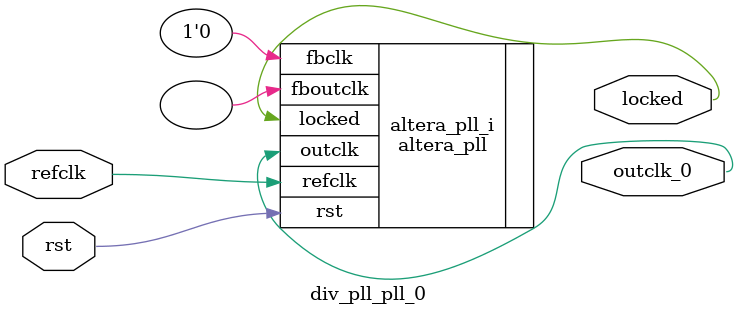
<source format=v>
`timescale 1ns/10ps
module  div_pll_pll_0(

	// interface 'refclk'
	input wire refclk,

	// interface 'reset'
	input wire rst,

	// interface 'outclk0'
	output wire outclk_0,

	// interface 'locked'
	output wire locked
);

	altera_pll #(
		.fractional_vco_multiplier("false"),
		.reference_clock_frequency("50.0 MHz"),
		.operation_mode("direct"),
		.number_of_clocks(1),
		.output_clock_frequency0("200.000000 MHz"),
		.phase_shift0("0 ps"),
		.duty_cycle0(50),
		.output_clock_frequency1("0 MHz"),
		.phase_shift1("0 ps"),
		.duty_cycle1(50),
		.output_clock_frequency2("0 MHz"),
		.phase_shift2("0 ps"),
		.duty_cycle2(50),
		.output_clock_frequency3("0 MHz"),
		.phase_shift3("0 ps"),
		.duty_cycle3(50),
		.output_clock_frequency4("0 MHz"),
		.phase_shift4("0 ps"),
		.duty_cycle4(50),
		.output_clock_frequency5("0 MHz"),
		.phase_shift5("0 ps"),
		.duty_cycle5(50),
		.output_clock_frequency6("0 MHz"),
		.phase_shift6("0 ps"),
		.duty_cycle6(50),
		.output_clock_frequency7("0 MHz"),
		.phase_shift7("0 ps"),
		.duty_cycle7(50),
		.output_clock_frequency8("0 MHz"),
		.phase_shift8("0 ps"),
		.duty_cycle8(50),
		.output_clock_frequency9("0 MHz"),
		.phase_shift9("0 ps"),
		.duty_cycle9(50),
		.output_clock_frequency10("0 MHz"),
		.phase_shift10("0 ps"),
		.duty_cycle10(50),
		.output_clock_frequency11("0 MHz"),
		.phase_shift11("0 ps"),
		.duty_cycle11(50),
		.output_clock_frequency12("0 MHz"),
		.phase_shift12("0 ps"),
		.duty_cycle12(50),
		.output_clock_frequency13("0 MHz"),
		.phase_shift13("0 ps"),
		.duty_cycle13(50),
		.output_clock_frequency14("0 MHz"),
		.phase_shift14("0 ps"),
		.duty_cycle14(50),
		.output_clock_frequency15("0 MHz"),
		.phase_shift15("0 ps"),
		.duty_cycle15(50),
		.output_clock_frequency16("0 MHz"),
		.phase_shift16("0 ps"),
		.duty_cycle16(50),
		.output_clock_frequency17("0 MHz"),
		.phase_shift17("0 ps"),
		.duty_cycle17(50),
		.pll_type("General"),
		.pll_subtype("General")
	) altera_pll_i (
		.rst	(rst),
		.outclk	({outclk_0}),
		.locked	(locked),
		.fboutclk	( ),
		.fbclk	(1'b0),
		.refclk	(refclk)
	);
endmodule


</source>
